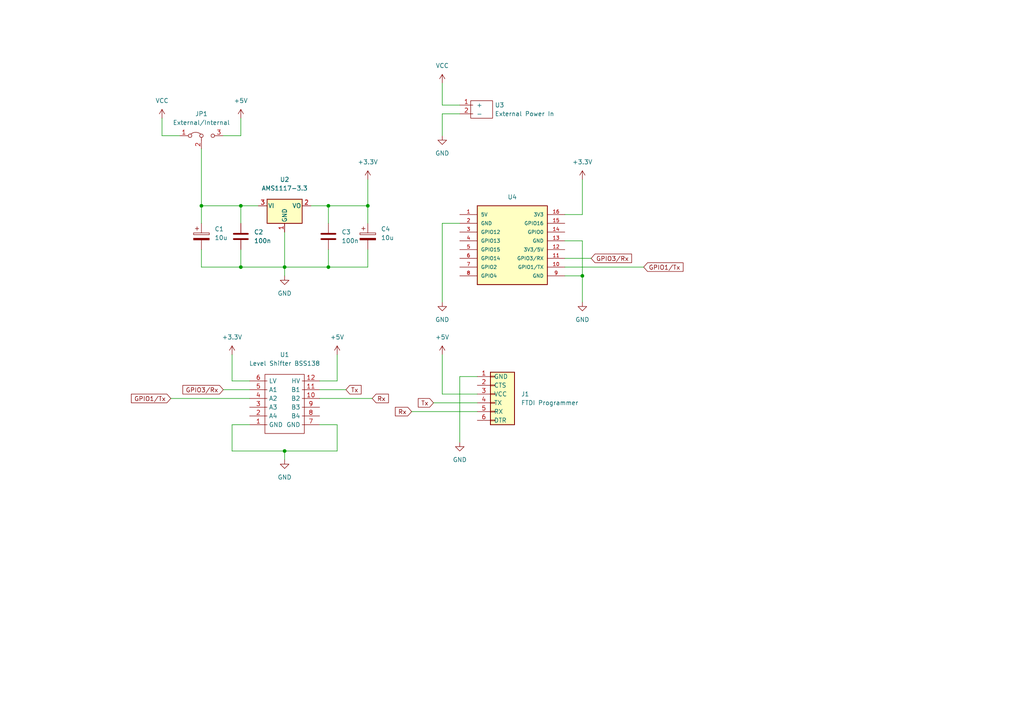
<source format=kicad_sch>
(kicad_sch (version 20231120) (generator "eeschema") (generator_version "8.0")
  (paper "A4")
  (lib_symbols
    (symbol "Device:C" (pin_numbers hide) (pin_names (offset 0.254))
      (property "Reference" "C" (at 0.635 2.54 0))
      (property "Value" "C" (at 0.635 -2.54 0))
      (symbol "C_0_1"
        (polyline (pts (xy -2.032 -0.762) (xy 2.032 -0.762)) (stroke (width 0.508)))
        (polyline (pts (xy -2.032 0.762) (xy 2.032 0.762)) (stroke (width 0.508)))
      )
      (symbol "C_1_1"
        (pin passive line (at 0 3.81 270) (length 2.794) (name "~") (number "1"))
        (pin passive line (at 0 -3.81 90) (length 2.794) (name "~") (number "2"))
      )
    )
    (symbol "Device:C_Polarized" (pin_numbers hide) (pin_names (offset 0.254))
      (property "Reference" "C" (at 0.635 2.54 0))
      (property "Value" "C_Polarized" (at 0.635 -2.54 0))
      (symbol "C_Polarized_0_1"
        (rectangle (start -2.286 0.508) (end 2.286 1.016))
        (polyline (pts (xy -1.778 2.286) (xy -0.762 2.286)))
        (polyline (pts (xy -1.27 2.794) (xy -1.27 1.778)))
        (rectangle (start 2.286 -0.508) (end -2.286 -1.016) (fill (type outline)))
      )
      (symbol "C_Polarized_1_1"
        (pin passive line (at 0 3.81 270) (length 2.794) (name "~") (number "1"))
        (pin passive line (at 0 -3.81 90) (length 2.794) (name "~") (number "2"))
      )
    )
    (symbol "Jumper:Jumper_3_Bridged12" (pin_names (offset 0) hide)
      (property "Reference" "JP" (at -2.54 -2.54 0))
      (property "Value" "Jumper_3_Bridged12" (at 0 2.794 0))
      (symbol "Jumper_3_Bridged12_0_0"
        (circle (center -3.302 0) (radius 0.508))
        (circle (center 0 0) (radius 0.508))
        (circle (center 3.302 0) (radius 0.508))
      )
      (symbol "Jumper_3_Bridged12_0_1"
        (arc (start -0.254 0.508) (mid -1.651 0.9912) (end -3.048 0.508))
        (polyline (pts (xy 0 -1.27) (xy 0 -0.508)))
      )
      (symbol "Jumper_3_Bridged12_1_1"
        (pin passive line (at -6.35 0 0) (length 2.54) (name "A") (number "1"))
        (pin passive line (at 0 -3.81 90) (length 2.54) (name "C") (number "2"))
        (pin passive line (at 6.35 0 180) (length 2.54) (name "B") (number "3"))
      )
    )
    (symbol "My_ESP32:ESP32-CAM" (pin_names (offset 1.016))
      (property "Reference" "U" (at -9.525 18.415 0))
      (symbol "ESP32-CAM_0_0"
        (rectangle (start -10.16 -5.08) (end 10.16 17.78) (stroke (width 0.254)) (fill (type background)))
        (pin power_in line (at -15.24 15.24 0) (length 5.08) (name "5V") (number "1"))
        (pin bidirectional line (at 15.24 0 180) (length 5.08) (name "GPIO1/TX") (number "10"))
        (pin bidirectional line (at 15.24 2.54 180) (length 5.08) (name "GPIO3/RX") (number "11"))
        (pin power_in line (at 15.24 5.08 180) (length 5.08) (name "3V3/5V") (number "12"))
        (pin power_in line (at 15.24 7.62 180) (length 5.08) (name "GND") (number "13"))
        (pin bidirectional line (at 15.24 10.16 180) (length 5.08) (name "GPIO0") (number "14"))
        (pin bidirectional line (at 15.24 12.7 180) (length 5.08) (name "GPIO16") (number "15"))
        (pin power_in line (at 15.24 15.24 180) (length 5.08) (name "3V3") (number "16"))
        (pin power_in line (at -15.24 12.7 0) (length 5.08) (name "GND") (number "2"))
        (pin bidirectional line (at -15.24 10.16 0) (length 5.08) (name "GPIO12") (number "3"))
        (pin bidirectional line (at -15.24 7.62 0) (length 5.08) (name "GPIO13") (number "4"))
        (pin bidirectional line (at -15.24 5.08 0) (length 5.08) (name "GPIO15") (number "5"))
        (pin bidirectional line (at -15.24 2.54 0) (length 5.08) (name "GPIO14") (number "6"))
        (pin bidirectional line (at -15.24 0 0) (length 5.08) (name "GPIO2") (number "7"))
        (pin bidirectional line (at -15.24 -2.54 0) (length 5.08) (name "GPIO4") (number "8"))
        (pin power_in line (at 15.24 -2.54 180) (length 5.08) (name "GND") (number "9"))
      )
    )
    (symbol "My_Headers:6-pin_FTDI_Programmer_socket" (pin_names (offset 1.016))
      (property "Reference" "J" (at 0 7.62 0))
      (property "Value" "6-pin_FTDI_Programmer_socket" (at 0 -10.16 0))
      (symbol "6-pin_FTDI_Programmer_socket_1_1"
        (rectangle (start -1.27 -7.493) (end 0 -7.747) (stroke (width 0.1524)))
        (rectangle (start -1.27 -4.953) (end 0 -5.207) (stroke (width 0.1524)))
        (rectangle (start -1.27 -2.413) (end 0 -2.667) (stroke (width 0.1524)))
        (rectangle (start -1.27 0.127) (end 0 -0.127) (stroke (width 0.1524)))
        (rectangle (start -1.27 2.667) (end 0 2.413) (stroke (width 0.1524)))
        (rectangle (start -1.27 5.207) (end 0 4.953) (stroke (width 0.1524)))
        (rectangle (start -1.27 6.35) (end 5.715 -8.89) (stroke (width 0.254)) (fill (type background)))
        (pin power_out line (at -5.08 5.08 0) (length 3.81) (name "GND") (number "1"))
        (pin bidirectional line (at -5.08 2.54 0) (length 3.81) (name "CTS") (number "2"))
        (pin power_out line (at -5.08 0 0) (length 3.81) (name "VCC") (number "3"))
        (pin output line (at -5.08 -2.54 0) (length 3.81) (name "TX") (number "4"))
        (pin input line (at -5.08 -5.08 0) (length 3.81) (name "RX") (number "5"))
        (pin bidirectional line (at -5.08 -7.62 0) (length 3.81) (name "DTR") (number "6"))
      )
    )
    (symbol "My_Parts:2-pole_power_in_screw_terminal" (pin_names (offset 1.016))
      (property "Reference" "U" (at 4.445 3.175 0))
      (property "Value" "2-pole_power_in_screw_terminal" (at 6.35 -5.715 0))
      (symbol "2-pole_power_in_screw_terminal_0_1"
        (rectangle (start 3.175 1.27) (end 9.525 -3.81))
      )
      (symbol "2-pole_power_in_screw_terminal_1_1"
        (pin power_in line (at 0 0 0) (length 3.81) (name "+") (number "1"))
        (pin power_in line (at 0 -2.54 0) (length 3.81) (name "-") (number "2"))
      )
    )
    (symbol "My_Parts:4-channel_I2C_level_shifter_BSS138"
      (property "Reference" "U" (at 15.875 -5.715 0))
      (property "Value" "4-channel_I2C_level_shifter_BSS138" (at 33.02 -13.97 0))
      (symbol "4-channel_I2C_level_shifter_BSS138_0_1"
        (polyline (pts (xy -2.54 -4.445) (xy -2.54 -15.875) (xy 14.605 -15.875) (xy 14.605 -4.445) (xy -2.54 -4.445)) (stroke (width 0.1524)))
      )
      (symbol "4-channel_I2C_level_shifter_BSS138_1_1"
        (pin power_in line (at 0 0 270) (length 5.08) (name "GND") (number "1"))
        (pin bidirectional line (at 7.62 -20.32 90) (length 5.08) (name "B2") (number "10"))
        (pin bidirectional line (at 10.16 -20.32 90) (length 5.08) (name "B1") (number "11"))
        (pin power_in line (at 12.7 -20.32 90) (length 5.08) (name "HV") (number "12"))
        (pin bidirectional line (at 2.54 0 270) (length 5.08) (name "A4") (number "2"))
        (pin bidirectional line (at 5.08 0 270) (length 5.08) (name "A3") (number "3"))
        (pin bidirectional line (at 7.62 0 270) (length 5.08) (name "A2") (number "4"))
        (pin bidirectional line (at 10.16 0 270) (length 5.08) (name "A1") (number "5"))
        (pin power_in line (at 12.7 0 270) (length 5.08) (name "LV") (number "6"))
        (pin power_in line (at 0 -20.32 90) (length 5.08) (name "GND") (number "7"))
        (pin bidirectional line (at 2.54 -20.32 90) (length 5.08) (name "B4") (number "8"))
        (pin bidirectional line (at 5.08 -20.32 90) (length 5.08) (name "B3") (number "9"))
      )
    )
    (symbol "Regulator_Linear:AMS1117-3.3" (pin_names (offset 0.254))
      (property "Reference" "U" (at -3.81 3.175 0))
      (property "Value" "AMS1117-3.3" (at 0 3.175 0))
      (symbol "AMS1117-3.3_0_1"
        (rectangle (start -5.08 -5.08) (end 5.08 1.905) (stroke (width 0.254)) (fill (type background)))
      )
      (symbol "AMS1117-3.3_1_1"
        (pin power_in line (at 0 -7.62 90) (length 2.54) (name "GND") (number "1"))
        (pin power_out line (at 7.62 0 180) (length 2.54) (name "VO") (number "2"))
        (pin power_in line (at -7.62 0 0) (length 2.54) (name "VI") (number "3"))
      )
    )
    (symbol "power:+3.3V" (power) (pin_names (offset 0))
      (property "Value" "+3.3V" (at 0 3.556 0))
      (symbol "+3.3V_0_1"
        (polyline (pts (xy -0.762 1.27) (xy 0 2.54)))
        (polyline (pts (xy 0 0) (xy 0 2.54)))
        (polyline (pts (xy 0 2.54) (xy 0.762 1.27)))
      )
      (symbol "+3.3V_1_1"
        (pin power_in line (at 0 0 90) (length 0) hide (name "+3.3V") (number "1"))
      )
    )
    (symbol "power:+5V" (power) (pin_names (offset 0))
      (property "Value" "+5V" (at 0 3.556 0))
      (symbol "+5V_0_1"
        (polyline (pts (xy -0.762 1.27) (xy 0 2.54)))
        (polyline (pts (xy 0 0) (xy 0 2.54)))
        (polyline (pts (xy 0 2.54) (xy 0.762 1.27)))
      )
      (symbol "+5V_1_1"
        (pin power_in line (at 0 0 90) (length 0) hide (name "+5V") (number "1"))
      )
    )
    (symbol "power:GND" (power) (pin_names (offset 0))
      (property "Value" "GND" (at 0 -3.81 0))
      (symbol "GND_0_1"
        (polyline (pts (xy 0 0) (xy 0 -1.27) (xy 1.27 -1.27) (xy 0 -2.54) (xy -1.27 -1.27) (xy 0 -1.27)))
      )
      (symbol "GND_1_1"
        (pin power_in line (at 0 0 270) (length 0) hide (name "GND") (number "1"))
      )
    )
    (symbol "power:VCC" (power) (pin_names (offset 0))
      (property "Value" "VCC" (at 0 3.81 0))
      (symbol "VCC_0_1"
        (polyline (pts (xy -0.762 1.27) (xy 0 2.54)))
        (polyline (pts (xy 0 0) (xy 0 2.54)))
        (polyline (pts (xy 0 2.54) (xy 0.762 1.27)))
      )
      (symbol "VCC_1_1"
        (pin power_in line (at 0 0 90) (length 0) hide (name "VCC") (number "1"))
      )
    )
  )
  (junction (at 69.85 59.69))
  (junction (at 95.25 59.69))
  (junction (at 168.91 80.01))
  (junction (at 95.25 77.47))
  (junction (at 69.85 77.47))
  (junction (at 58.42 59.69))
  (junction (at 82.55 77.47))
  (junction (at 106.68 59.69))
  (junction (at 82.55 130.81))
  (wire (pts (xy 97.79 123.19) (xy 97.79 130.81)))
  (wire (pts (xy 82.55 77.47) (xy 69.85 77.47)))
  (wire (pts (xy 82.55 77.47) (xy 82.55 80.01)))
  (wire (pts (xy 128.27 39.37) (xy 128.27 33.02)))
  (wire (pts (xy 168.91 62.23) (xy 168.91 52.07)))
  (wire (pts (xy 82.55 67.31) (xy 82.55 77.47)))
  (wire (pts (xy 69.85 59.69) (xy 58.42 59.69)))
  (wire (pts (xy 106.68 59.69) (xy 106.68 64.77)))
  (wire (pts (xy 69.85 39.37) (xy 69.85 34.29)))
  (wire (pts (xy 58.42 59.69) (xy 58.42 64.77)))
  (wire (pts (xy 125.73 116.84) (xy 138.43 116.84)))
  (wire (pts (xy 163.83 80.01) (xy 168.91 80.01)))
  (wire (pts (xy 97.79 130.81) (xy 82.55 130.81)))
  (wire (pts (xy 58.42 43.18) (xy 58.42 59.69)))
  (wire (pts (xy 163.83 62.23) (xy 168.91 62.23)))
  (wire (pts (xy 138.43 114.3) (xy 128.27 114.3)))
  (wire (pts (xy 90.17 59.69) (xy 95.25 59.69)))
  (wire (pts (xy 69.85 77.47) (xy 58.42 77.47)))
  (wire (pts (xy 106.68 59.69) (xy 106.68 52.07)))
  (wire (pts (xy 58.42 77.47) (xy 58.42 72.39)))
  (wire (pts (xy 82.55 77.47) (xy 95.25 77.47)))
  (wire (pts (xy 67.31 123.19) (xy 72.39 123.19)))
  (wire (pts (xy 133.35 109.22) (xy 133.35 128.27)))
  (wire (pts (xy 49.53 115.57) (xy 72.39 115.57)))
  (wire (pts (xy 163.83 77.47) (xy 186.69 77.47)))
  (wire (pts (xy 97.79 110.49) (xy 97.79 102.87)))
  (wire (pts (xy 72.39 110.49) (xy 67.31 110.49)))
  (wire (pts (xy 128.27 64.77) (xy 133.35 64.77)))
  (wire (pts (xy 128.27 87.63) (xy 128.27 64.77)))
  (wire (pts (xy 92.71 113.03) (xy 100.33 113.03)))
  (wire (pts (xy 95.25 72.39) (xy 95.25 77.47)))
  (wire (pts (xy 52.07 39.37) (xy 46.99 39.37)))
  (wire (pts (xy 128.27 30.48) (xy 128.27 24.13)))
  (wire (pts (xy 138.43 109.22) (xy 133.35 109.22)))
  (wire (pts (xy 128.27 114.3) (xy 128.27 102.87)))
  (wire (pts (xy 106.68 72.39) (xy 106.68 77.47)))
  (wire (pts (xy 119.38 119.38) (xy 138.43 119.38)))
  (wire (pts (xy 64.77 113.03) (xy 72.39 113.03)))
  (wire (pts (xy 95.25 59.69) (xy 106.68 59.69)))
  (wire (pts (xy 168.91 87.63) (xy 168.91 80.01)))
  (wire (pts (xy 92.71 115.57) (xy 107.95 115.57)))
  (wire (pts (xy 67.31 130.81) (xy 67.31 123.19)))
  (wire (pts (xy 69.85 72.39) (xy 69.85 77.47)))
  (wire (pts (xy 128.27 33.02) (xy 133.35 33.02)))
  (wire (pts (xy 67.31 110.49) (xy 67.31 102.87)))
  (wire (pts (xy 64.77 39.37) (xy 69.85 39.37)))
  (wire (pts (xy 92.71 123.19) (xy 97.79 123.19)))
  (wire (pts (xy 82.55 130.81) (xy 67.31 130.81)))
  (wire (pts (xy 92.71 110.49) (xy 97.79 110.49)))
  (wire (pts (xy 95.25 77.47) (xy 106.68 77.47)))
  (wire (pts (xy 74.93 59.69) (xy 69.85 59.69)))
  (wire (pts (xy 168.91 69.85) (xy 163.83 69.85)))
  (wire (pts (xy 82.55 130.81) (xy 82.55 133.35)))
  (wire (pts (xy 163.83 74.93) (xy 171.45 74.93)))
  (wire (pts (xy 168.91 80.01) (xy 168.91 69.85)))
  (wire (pts (xy 133.35 30.48) (xy 128.27 30.48)))
  (wire (pts (xy 46.99 39.37) (xy 46.99 34.29)))
  (wire (pts (xy 95.25 59.69) (xy 95.25 64.77)))
  (wire (pts (xy 69.85 59.69) (xy 69.85 64.77)))
  (global_label "GPIO3{slash}Rx" (shape input) (at 64.77 113.03 180) (property "Intersheetrefs" "${INTERSHEET_REFS}" (effects (hide yes))))
  (global_label "Rx" (shape input) (at 107.95 115.57 0) (property "Intersheetrefs" "${INTERSHEET_REFS}" (effects (hide yes))))
  (global_label "GPIO1{slash}Tx" (shape input) (at 49.53 115.57 180) (property "Intersheetrefs" "${INTERSHEET_REFS}" (effects (hide yes))))
  (global_label "GPIO3{slash}Rx" (shape input) (at 171.45 74.93 0) (property "Intersheetrefs" "${INTERSHEET_REFS}" (effects (hide yes))))
  (global_label "GPIO1{slash}Tx" (shape input) (at 186.69 77.47 0) (property "Intersheetrefs" "${INTERSHEET_REFS}" (effects (hide yes))))
  (global_label "Rx" (shape input) (at 119.38 119.38 180) (property "Intersheetrefs" "${INTERSHEET_REFS}" (effects (hide yes))))
  (global_label "Tx" (shape input) (at 100.33 113.03 0) (property "Intersheetrefs" "${INTERSHEET_REFS}" (effects (hide yes))))
  (global_label "Tx" (shape input) (at 125.73 116.84 180) (property "Intersheetrefs" "${INTERSHEET_REFS}" (effects (hide yes))))
  (symbol (lib_id "power:GND") (at 82.55 80.01 0) (unit 1)
    (property "Reference" "#PWR04" (effects (hide yes)))
    (property "Value" "GND" (at 82.55 85.09 0))
  )
  (symbol (lib_id "Device:C") (at 95.25 68.58 0) (unit 1)
    (property "Reference" "C3" (at 99.06 67.3099 0) (effects (justify left)))
    (property "Value" "100n" (at 99.06 69.8499 0) (effects (justify left)))
    (property "Footprint" "My_Misc:C_Disc_D3.0mm_W1.6mm_P2.50mm_larg" (effects (hide yes)))
  )
  (symbol (lib_id "Regulator_Linear:AMS1117-3.3") (at 82.55 59.69 0) (unit 1)
    (property "Reference" "U2" (at 82.55 52.07 0))
    (property "Value" "AMS1117-3.3" (at 82.55 54.61 0))
    (property "Footprint" "Package_TO_SOT_SMD:SOT-223-3_TabPin2" (effects (hide yes)))
    (property "Datasheet" "http://www.advanced-monolithic.com/pdf/ds1117.pdf" (effects (hide yes)))
  )
  (symbol (lib_id "power:+5V") (at 69.85 34.29 0) (unit 1)
    (property "Reference" "#PWR03" (effects (hide yes)))
    (property "Value" "+5V" (at 69.85 29.21 0))
  )
  (symbol (lib_id "power:+3.3V") (at 106.68 52.07 0) (unit 1)
    (property "Reference" "#PWR07" (effects (hide yes)))
    (property "Value" "+3.3V" (at 106.68 46.99 0))
  )
  (symbol (lib_id "Device:C") (at 69.85 68.58 0) (unit 1)
    (property "Reference" "C2" (at 73.66 67.3099 0) (effects (justify left)))
    (property "Value" "100n" (at 73.66 69.8499 0) (effects (justify left)))
    (property "Footprint" "My_Misc:C_Disc_D3.0mm_W1.6mm_P2.50mm_larg" (effects (hide yes)))
  )
  (symbol (lib_id "power:+3.3V") (at 67.31 102.87 0) (unit 1)
    (property "Reference" "#PWR02" (effects (hide yes)))
    (property "Value" "+3.3V" (at 67.31 97.79 0))
  )
  (symbol (lib_id "power:+5V") (at 128.27 102.87 0) (unit 1)
    (property "Reference" "#PWR011" (effects (hide yes)))
    (property "Value" "+5V" (at 128.27 97.79 0))
  )
  (symbol (lib_id "power:VCC") (at 46.99 34.29 0) (unit 1)
    (property "Reference" "#PWR01" (effects (hide yes)))
    (property "Value" "VCC" (at 46.99 29.21 0))
  )
  (symbol (lib_id "My_Parts:4-channel_I2C_level_shifter_BSS138") (at 72.39 123.19 90) (unit 1)
    (property "Reference" "U1" (at 82.55 102.87 90))
    (property "Value" "Level Shifter BSS138" (at 82.55 105.41 90))
    (property "Footprint" "My_Parts:4-channel_I2C_level_shifter_BSS138_large" (effects (hide yes)))
  )
  (symbol (lib_id "power:GND") (at 168.91 87.63 0) (unit 1)
    (property "Reference" "#PWR014" (effects (hide yes)))
    (property "Value" "GND" (at 168.91 92.71 0))
  )
  (symbol (lib_id "Device:C_Polarized") (at 106.68 68.58 0) (unit 1)
    (property "Reference" "C4" (at 110.49 66.4209 0) (effects (justify left)))
    (property "Value" "10u" (at 110.49 68.9609 0) (effects (justify left)))
    (property "Footprint" "My_Misc:CP_Radial_D5.0mm_P2.00mm_larger" (effects (hide yes)))
  )
  (symbol (lib_id "power:GND") (at 128.27 39.37 0) (unit 1)
    (property "Reference" "#PWR09" (effects (hide yes)))
    (property "Value" "GND" (at 128.27 44.45 0))
  )
  (symbol (lib_id "My_Headers:6-pin_FTDI_Programmer_socket") (at 143.51 114.3 0) (unit 1)
    (property "Reference" "J1" (at 151.13 114.2999 0) (effects (justify left)))
    (property "Value" "FTDI Programmer" (at 151.13 116.8399 0) (effects (justify left)))
    (property "Footprint" "My_Headers:6-pin FTDI Programmer PinSocket large" (effects (hide yes)))
  )
  (symbol (lib_id "power:+3.3V") (at 168.91 52.07 0) (unit 1)
    (property "Reference" "#PWR013" (effects (hide yes)))
    (property "Value" "+3.3V" (at 168.91 46.99 0))
  )
  (symbol (lib_id "My_ESP32:ESP32-CAM") (at 148.59 77.47 0) (unit 1)
    (property "Reference" "U4" (at 148.59 57.15 0))
    (property "Value" "ESP32-CAM" (effects (hide yes)))
    (property "Footprint" "My_ESP32:ESP32-CAM" (effects (hide yes)))
  )
  (symbol (lib_id "power:VCC") (at 128.27 24.13 0) (unit 1)
    (property "Reference" "#PWR08" (effects (hide yes)))
    (property "Value" "VCC" (at 128.27 19.05 0))
  )
  (symbol (lib_id "power:GND") (at 133.35 128.27 0) (unit 1)
    (property "Reference" "#PWR012" (effects (hide yes)))
    (property "Value" "GND" (at 133.35 133.35 0))
  )
  (symbol (lib_id "Device:C_Polarized") (at 58.42 68.58 0) (unit 1)
    (property "Reference" "C1" (at 62.23 66.4209 0) (effects (justify left)))
    (property "Value" "10u" (at 62.23 68.9609 0) (effects (justify left)))
    (property "Footprint" "My_Misc:CP_Radial_D5.0mm_P2.00mm_larger" (effects (hide yes)))
  )
  (symbol (lib_id "My_Parts:2-pole_power_in_screw_terminal") (at 133.35 30.48 0) (unit 1)
    (property "Reference" "U3" (at 143.51 30.4799 0) (effects (justify left)))
    (property "Value" "External Power In" (at 143.51 33.0199 0) (effects (justify left)))
    (property "Footprint" "My_Headers:2-pin_power_input_header_larger_pads" (effects (hide yes)))
  )
  (symbol (lib_id "power:GND") (at 128.27 87.63 0) (unit 1)
    (property "Reference" "#PWR010" (effects (hide yes)))
    (property "Value" "GND" (at 128.27 92.71 0))
  )
  (symbol (lib_id "power:+5V") (at 97.79 102.87 0) (unit 1)
    (property "Reference" "#PWR06" (effects (hide yes)))
    (property "Value" "+5V" (at 97.79 97.79 0))
  )
  (symbol (lib_id "Jumper:Jumper_3_Bridged12") (at 58.42 39.37 0) (unit 1)
    (property "Reference" "JP1" (at 58.42 33.02 0))
    (property "Value" "External/Internal" (at 58.42 35.56 0))
    (property "Footprint" "My_Parts:Jumper_1x03_P2.54mm_large" (effects (hide yes)))
  )
  (symbol (lib_id "power:GND") (at 82.55 133.35 0) (unit 1)
    (property "Reference" "#PWR05" (effects (hide yes)))
    (property "Value" "GND" (at 82.55 138.43 0))
  )
)
</source>
